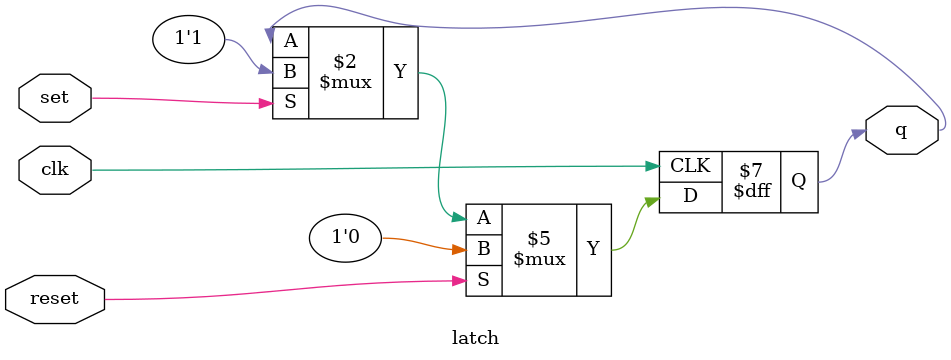
<source format=v>
module latch (
clk , 
set , 
reset , 
q 
);

input clk, set, reset ; 


output q;


reg q;

always @ ( posedge clk )
if (reset) begin
q <= 1'b0;
end else if (set) begin
q <= 1'b1;
end

endmodule

</source>
